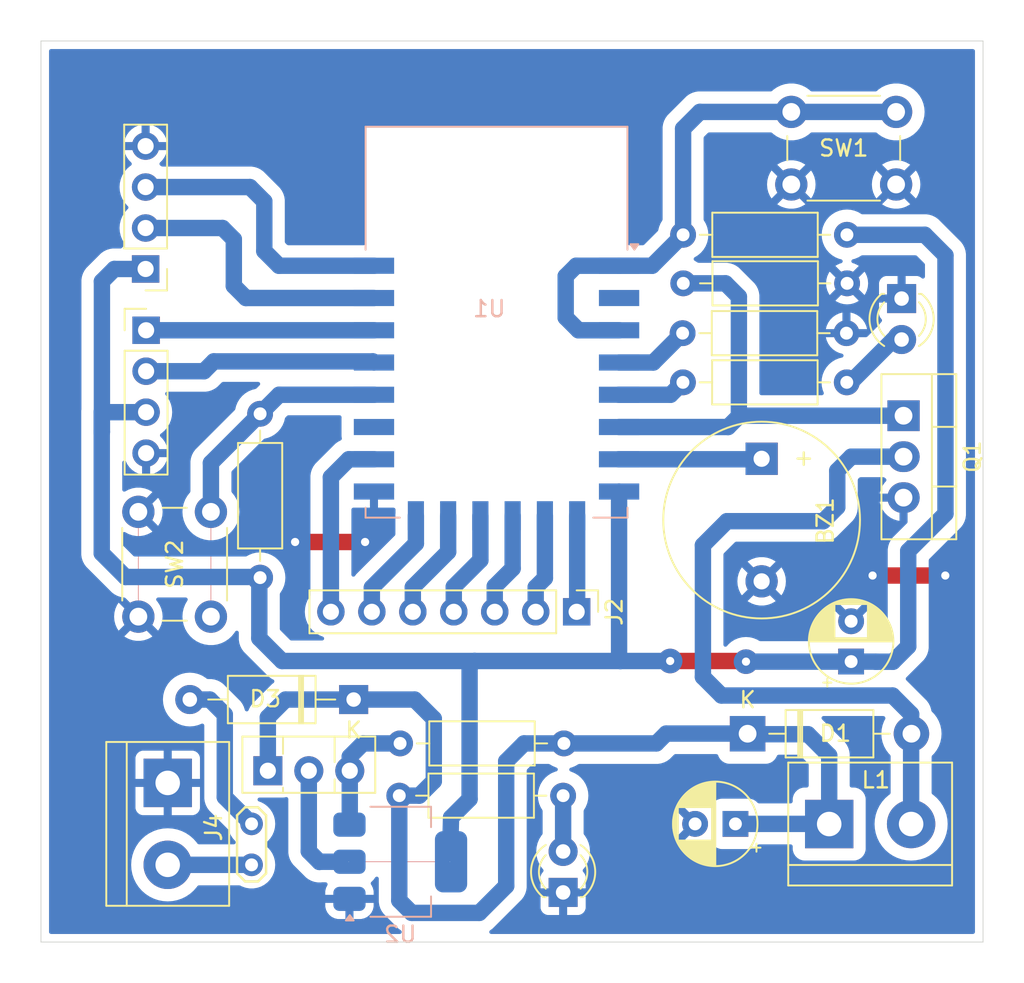
<source format=kicad_pcb>
(kicad_pcb (version 20240108) (generator "pcbnew") (generator_version "8.0")
  (layers (0 "F.Cu" signal) (31 "B.Cu" signal) (34 "B.Paste" user) (35 "F.Paste" user) (36 "B.SilkS" user "B.Silkscreen") (37 "F.SilkS" user "F.Silkscreen") (38 "B.Mask" user) (39 "F.Mask" user) (44 "Edge.Cuts" user))
  (net 0 "")
  (net 1 "GND")
  (net 2 "Net-(BZ1-+)")
  (net 3 "+12V")
  (net 4 "+3.3V")
  (net 5 "Net-(D1-A)")
  (net 6 "Net-(D2-A)")
  (net 7 "Net-(D3-A)")
  (net 8 "Net-(D4-A)")
  (net 9 "/Rx")
  (net 10 "/Tx")
  (net 11 "/row1")
  (net 12 "/row4")
  (net 13 "/col3")
  (net 14 "/col1")
  (net 15 "/row2")
  (net 16 "/col2")
  (net 17 "/row3")
  (net 18 "/SCL")
  (net 19 "/SDA")
  (net 20 "Net-(J4-Pin_2)")
  (net 21 "Net-(Q1-G)")
  (net 22 "Net-(Q2-B)")
  (net 23 "Net-(SW1-B)")
  (net 24 "Net-(SW2-A)")
  (net 25 "Net-(U1-GPIO16)")
  (net 26 "Net-(U1-GPIO14)")
  (footprint "Diode_THT:D_A-405_P10.16mm_Horizontal" (layer "F.Cu") (at 139.03 108.43 180)
    (property "Reference" "D3" (at 5.48 0.04 180) (layer "F.SilkS"))
    (property "Value" "1N4001")
    (fp_text user "K" (at 0 -1.9 180) (layer "F.SilkS"))
    (pad "1" thru_hole rect (at 0 0 180) (size 1.8 1.8) (drill 0.9) (layers "*.Cu" "*.Mask") (net 3 "+12V"))
    (pad "2" thru_hole oval (at 10.16 0 180) (size 1.8 1.8) (drill 0.9) (layers "*.Cu" "*.Mask") (net 7 "Net-(D3-A)"))
  )
  (footprint "LED_THT:LED_D3.0mm" (layer "F.Cu") (at 152.02 120.39 90)
    (property "Reference" "D4" (hide yes))
    (property "Value" "Power")
    (pad "1" thru_hole rect (at 0 0 90) (size 1.8 1.8) (drill 0.9) (layers "*.Cu" "*.Mask") (net 1 "GND"))
    (pad "2" thru_hole circle (at 2.54 0 90) (size 1.8 1.8) (drill 0.9) (layers "*.Cu" "*.Mask") (net 8 "Net-(D4-A)"))
  )
  (footprint "Capacitor_THT:CP_Radial_D5.0mm_P2.50mm" (layer "F.Cu") (at 169.88 106.075113 90)
    (property "Reference" "C2" (hide yes))
    (property "Value" "100uF")
    (pad "1" thru_hole rect (at 0 0 90) (size 1.6 1.6) (drill 0.8) (layers "*.Cu" "*.Mask") (net 4 "+3.3V"))
    (pad "2" thru_hole circle (at 2.5 0 90) (size 1.6 1.6) (drill 0.8) (layers "*.Cu" "*.Mask") (net 1 "GND"))
  )
  (footprint "Package_TO_SOT_THT:TO-126-3_Vertical" (layer "F.Cu") (at 133.71 112.845)
    (property "Reference" "Q2" (hide yes))
    (property "Value" "BD138")
    (pad "1" thru_hole rect (at 0 0) (size 1.8 1.8) (drill 1) (layers "*.Cu" "*.Mask") (net 3 "+12V"))
    (pad "2" thru_hole oval (at 2.54 0) (size 1.8 1.8) (drill 1) (layers "*.Cu" "*.Mask") (net 4 "+3.3V"))
    (pad "3" thru_hole oval (at 5.08 0) (size 1.8 1.8) (drill 1) (layers "*.Cu" "*.Mask") (net 22 "Net-(Q2-B)"))
  )
  (footprint "Connector_PinHeader_2.54mm:PinHeader_1x04_P2.54mm_Vertical" (layer "F.Cu") (at 126.13 81.73 180)
    (property "Reference" "J1" (hide yes))
    (property "Value" "Program")
    (pad "1" thru_hole rect (at 0 0 180) (size 1.7 1.7) (drill 1) (layers "*.Cu" "*.Mask") (net 4 "+3.3V"))
    (pad "2" thru_hole oval (at 0 2.54 180) (size 1.7 1.7) (drill 1) (layers "*.Cu" "*.Mask") (net 9 "/Rx"))
    (pad "3" thru_hole oval (at 0 5.08 180) (size 1.7 1.7) (drill 1) (layers "*.Cu" "*.Mask") (net 10 "/Tx"))
    (pad "4" thru_hole oval (at 0 7.62 180) (size 1.7 1.7) (drill 1) (layers "*.Cu" "*.Mask") (net 1 "GND"))
  )
  (footprint "Resistor_THT:R_Axial_DIN0207_L6.3mm_D2.5mm_P10.16mm_Horizontal" (layer "F.Cu") (at 159.45 88.76)
    (property "Reference" "R4" (hide yes))
    (property "Value" "10k")
    (pad "1" thru_hole circle (at 0 0) (size 1.6 1.6) (drill 0.8) (layers "*.Cu" "*.Mask") (net 26 "Net-(U1-GPIO14)"))
    (pad "2" thru_hole oval (at 10.16 0) (size 1.6 1.6) (drill 0.8) (layers "*.Cu" "*.Mask") (net 6 "Net-(D2-A)"))
  )
  (footprint "Button_Switch_THT:SW_PUSH_6mm" (layer "F.Cu") (at 130.18 96.79 -90)
    (property "Reference" "SW2" (at 3.25 2.25 90) (layer "F.SilkS"))
    (property "Value" "Mode")
    (pad "1" thru_hole circle (at 0 0) (size 2 2) (drill 1.1) (layers "*.Cu" "*.Mask") (net 24 "Net-(SW2-A)"))
    (pad "1" thru_hole circle (at 6.5 0) (size 2 2) (drill 1.1) (layers "*.Cu" "*.Mask") (net 24 "Net-(SW2-A)"))
    (pad "2" thru_hole circle (at 0 4.5) (size 2 2) (drill 1.1) (layers "*.Cu" "*.Mask") (net 1 "GND"))
    (pad "2" thru_hole circle (at 6.5 4.5) (size 2 2) (drill 1.1) (layers "*.Cu" "*.Mask") (net 1 "GND"))
  )
  (footprint "Package_TO_SOT_THT:TO-220-3_Vertical" (layer "F.Cu") (at 173.13 90.83 -90)
    (property "Reference" "Q1" (at 2.54 -4.27 90) (layer "F.SilkS"))
    (property "Value" "IRF540N")
    (pad "1" thru_hole rect (at 0 0 270) (size 1.905 2) (drill 1.1) (layers "*.Cu" "*.Mask") (net 21 "Net-(Q1-G)"))
    (pad "2" thru_hole oval (at 2.54 0 270) (size 1.905 2) (drill 1.1) (layers "*.Cu" "*.Mask") (net 5 "Net-(D1-A)"))
    (pad "3" thru_hole oval (at 5.08 0 270) (size 1.905 2) (drill 1.1) (layers "*.Cu" "*.Mask") (net 1 "GND"))
  )
  (footprint "LED_THT:LED_D3.0mm" (layer "F.Cu") (at 173.01 83.565 -90)
    (property "Reference" "D2" (hide yes))
    (property "Value" "LED")
    (pad "1" thru_hole rect (at 0 0 270) (size 1.8 1.8) (drill 0.9) (layers "*.Cu" "*.Mask") (net 1 "GND"))
    (pad "2" thru_hole circle (at 2.54 0 270) (size 1.8 1.8) (drill 0.9) (layers "*.Cu" "*.Mask") (net 6 "Net-(D2-A)"))
  )
  (footprint "Resistor_THT:R_Axial_DIN0207_L6.3mm_D2.5mm_P10.16mm_Horizontal" (layer "F.Cu") (at 133.23 100.87 90)
    (property "Reference" "R2" (hide yes))
    (property "Value" "10k")
    (pad "1" thru_hole circle (at 0 0 90) (size 1.6 1.6) (drill 0.8) (layers "*.Cu" "*.Mask") (net 4 "+3.3V"))
    (pad "2" thru_hole oval (at 10.16 0 90) (size 1.6 1.6) (drill 0.8) (layers "*.Cu" "*.Mask") (net 24 "Net-(SW2-A)"))
  )
  (footprint "Resistor_THT:R_Axial_DIN0207_L6.3mm_D2.5mm_P10.16mm_Horizontal" (layer "F.Cu") (at 169.63 82.62 180)
    (property "Reference" "R5" (hide yes))
    (property "Value" "100k")
    (pad "1" thru_hole circle (at 0 0 180) (size 1.6 1.6) (drill 0.8) (layers "*.Cu" "*.Mask") (net 1 "GND"))
    (pad "2" thru_hole oval (at 10.16 0 180) (size 1.6 1.6) (drill 0.8) (layers "*.Cu" "*.Mask") (net 21 "Net-(Q1-G)"))
  )
  (footprint "Resistor_THT:R_Axial_DIN0207_L6.3mm_D2.5mm_P10.16mm_Horizontal" (layer "F.Cu") (at 141.86 114.39)
    (property "Reference" "R6" (hide yes))
    (property "Value" "1k")
    (pad "1" thru_hole circle (at 0 0) (size 1.6 1.6) (drill 0.8) (layers "*.Cu" "*.Mask") (net 3 "+12V"))
    (pad "2" thru_hole oval (at 10.16 0) (size 1.6 1.6) (drill 0.8) (layers "*.Cu" "*.Mask") (net 8 "Net-(D4-A)"))
  )
  (footprint "TerminalBlock:TerminalBlock_bornier-2_P5.08mm" (layer "F.Cu") (at 168.52 116.15)
    (property "Reference" "L1" (at 2.89 -2.73 360) (layer "F.SilkS"))
    (property "Value" "Solenoid")
    (pad "1" thru_hole rect (at 0 0) (size 3 3) (drill 1.52) (layers "*.Cu" "*.Mask") (net 3 "+12V"))
    (pad "2" thru_hole circle (at 5.08 0) (size 3 3) (drill 1.52) (layers "*.Cu" "*.Mask") (net 5 "Net-(D1-A)"))
  )
  (footprint "TerminalBlock:TerminalBlock_bornier-2_P5.08mm" (layer "F.Cu") (at 127.5 113.6 -90)
    (property "Reference" "J4" (at 2.76 -2.85 90) (layer "F.SilkS"))
    (property "Value" "Power")
    (pad "1" thru_hole rect (at 0 0 270) (size 3 3) (drill 1.52) (layers "*.Cu" "*.Mask") (net 1 "GND"))
    (pad "2" thru_hole circle (at 5.08 0 270) (size 3 3) (drill 1.52) (layers "*.Cu" "*.Mask") (net 20 "Net-(J4-Pin_2)"))
  )
  (footprint "Connector_PinHeader_2.54mm:PinHeader_1x04_P2.54mm_Vertical" (layer "F.Cu") (at 126.16 85.53)
    (property "Reference" "J3" (hide yes))
    (property "Value" "Display")
    (pad "1" thru_hole rect (at 0 0) (size 1.7 1.7) (drill 1) (layers "*.Cu" "*.Mask") (net 18 "/SCL"))
    (pad "2" thru_hole oval (at 0 2.54) (size 1.7 1.7) (drill 1) (layers "*.Cu" "*.Mask") (net 19 "/SDA"))
    (pad "3" thru_hole oval (at 0 5.08) (size 1.7 1.7) (drill 1) (layers "*.Cu" "*.Mask") (net 4 "+3.3V"))
    (pad "4" thru_hole oval (at 0 7.62) (size 1.7 1.7) (drill 1) (layers "*.Cu" "*.Mask") (net 1 "GND"))
  )
  (footprint "Connector_PinHeader_2.54mm:PinHeader_1x07_P2.54mm_Vertical" (layer "F.Cu") (at 152.86 102.99 -90)
    (property "Reference" "J2" (at 0 -2.33 90) (layer "F.SilkS"))
    (property "Value" "Keypad")
    (pad "1" thru_hole rect (at 0 0 270) (size 1.7 1.7) (drill 1) (layers "*.Cu" "*.Mask") (net 11 "/row1"))
    (pad "2" thru_hole oval (at 0 2.54 270) (size 1.7 1.7) (drill 1) (layers "*.Cu" "*.Mask") (net 15 "/row2"))
    (pad "3" thru_hole oval (at 0 5.08 270) (size 1.7 1.7) (drill 1) (layers "*.Cu" "*.Mask") (net 17 "/row3"))
    (pad "4" thru_hole oval (at 0 7.62 270) (size 1.7 1.7) (drill 1) (layers "*.Cu" "*.Mask") (net 12 "/row4"))
    (pad "5" thru_hole oval (at 0 10.16 270) (size 1.7 1.7) (drill 1) (layers "*.Cu" "*.Mask") (net 14 "/col1"))
    (pad "6" thru_hole oval (at 0 12.7 270) (size 1.7 1.7) (drill 1) (layers "*.Cu" "*.Mask") (net 16 "/col2"))
    (pad "7" thru_hole oval (at 0 15.24 270) (size 1.7 1.7) (drill 1) (layers "*.Cu" "*.Mask") (net 13 "/col3"))
  )
  (footprint "Diode_THT:D_DO-41_SOD81_P10.16mm_Horizontal" (layer "F.Cu") (at 163.46 110.55)
    (property "Reference" "D1" (at 5.44 -0.02 0) (layer "F.SilkS"))
    (property "Value" "1N4001")
    (fp_text user "K" (at 0 -2.1 0) (layer "F.SilkS"))
    (pad "1" thru_hole rect (at 0 0) (size 2.2 2.2) (drill 1.1) (layers "*.Cu" "*.Mask") (net 3 "+12V"))
    (pad "2" thru_hole oval (at 10.16 0) (size 2.2 2.2) (drill 1.1) (layers "*.Cu" "*.Mask") (net 5 "Net-(D1-A)"))
  )
  (footprint "TestPoint:TestPoint_2Pads_Pitch2.54mm_Drill0.8mm" (layer "F.Cu") (at 132.7 118.68 90)
    (property "Reference" "SW3" (hide yes))
    (property "Value" "Switch")
    (pad "1" thru_hole circle (at 0 0 90) (size 1.4 1.4) (drill 0.8) (layers "*.Cu" "*.Mask") (net 20 "Net-(J4-Pin_2)"))
    (pad "2" thru_hole circle (at 2.54 0 90) (size 1.4 1.4) (drill 0.8) (layers "*.Cu" "*.Mask") (net 7 "Net-(D3-A)"))
  )
  (footprint "Buzzer_Beeper:Buzzer_12x9.5RM7.6" (layer "F.Cu") (at 164.33 93.5 -90)
    (property "Reference" "BZ1" (at 3.85 -3.95 90) (layer "F.SilkS"))
    (property "Value" "Buzzer")
    (fp_text user "+" (at -0.01 -2.54 90) (layer "F.SilkS"))
    (pad "1" thru_hole rect (at 0 0 270) (size 2 2) (drill 1) (layers "*.Cu" "*.Mask") (net 2 "Net-(BZ1-+)"))
    (pad "2" thru_hole circle (at 7.6 0 270) (size 2 2) (drill 1) (layers "*.Cu" "*.Mask") (net 1 "GND"))
  )
  (footprint "Resistor_THT:R_Axial_DIN0207_L6.3mm_D2.5mm_P10.16mm_Horizontal" (layer "F.Cu") (at 169.62 79.61 180)
    (property "Reference" "R1" (hide yes))
    (property "Value" "10k")
    (pad "1" thru_hole circle (at 0 0 180) (size 1.6 1.6) (drill 0.8) (layers "*.Cu" "*.Mask") (net 4 "+3.3V"))
    (pad "2" thru_hole oval (at 10.16 0 180) (size 1.6 1.6) (drill 0.8) (layers "*.Cu" "*.Mask") (net 23 "Net-(SW1-B)"))
  )
  (footprint "Resistor_THT:R_Axial_DIN0207_L6.3mm_D2.5mm_P10.16mm_Horizontal" (layer "F.Cu") (at 159.43 85.71)
    (property "Reference" "R3" (hide yes))
    (property "Value" "10k")
    (pad "1" thru_hole circle (at 0 0) (size 1.6 1.6) (drill 0.8) (layers "*.Cu" "*.Mask") (net 25 "Net-(U1-GPIO16)"))
    (pad "2" thru_hole oval (at 10.16 0) (size 1.6 1.6) (drill 0.8) (layers "*.Cu" "*.Mask") (net 1 "GND"))
  )
  (footprint "Resistor_THT:R_Axial_DIN0207_L6.3mm_D2.5mm_P10.16mm_Horizontal" (layer "F.Cu") (at 152.07 111.15 180)
    (property "Reference" "R7" (hide yes))
    (property "Value" "3")
    (pad "1" thru_hole circle (at 0 0 180) (size 1.6 1.6) (drill 0.8) (layers "*.Cu" "*.Mask") (net 3 "+12V"))
    (pad "2" thru_hole oval (at 10.16 0 180) (size 1.6 1.6) (drill 0.8) (layers "*.Cu" "*.Mask") (net 22 "Net-(Q2-B)"))
  )
  (footprint "Capacitor_THT:CP_Radial_D5.0mm_P2.50mm" (layer "F.Cu") (at 162.705113 116.14 180)
    (property "Reference" "C1" (hide yes))
    (property "Value" "100uF")
    (pad "1" thru_hole rect (at 0 0 180) (size 1.6 1.6) (drill 0.8) (layers "*.Cu" "*.Mask") (net 3 "+12V"))
    (pad "2" thru_hole circle (at 2.5 0 180) (size 1.6 1.6) (drill 0.8) (layers "*.Cu" "*.Mask") (net 1 "GND"))
  )
  (footprint "Button_Switch_THT:SW_PUSH_6mm" (layer "F.Cu") (at 172.67 76.49 180)
    (property "Reference" "SW1" (at 3.25 2.25 180) (layer "F.SilkS"))
    (property "Value" "Reset")
    (pad "1" thru_hole circle (at 0 0 270) (size 2 2) (drill 1.1) (layers "*.Cu" "*.Mask") (net 1 "GND"))
    (pad "1" thru_hole circle (at 6.5 0 270) (size 2 2) (drill 1.1) (layers "*.Cu" "*.Mask") (net 1 "GND"))
    (pad "2" thru_hole circle (at 0 4.5 270) (size 2 2) (drill 1.1) (layers "*.Cu" "*.Mask") (net 23 "Net-(SW1-B)"))
    (pad "2" thru_hole circle (at 6.5 4.5 270) (size 2 2) (drill 1.1) (layers "*.Cu" "*.Mask") (net 23 "Net-(SW1-B)"))
  )
  (footprint "RF_Module:ESP-12E" (layer "B.Cu") (at 147.89 85.03 180)
    (property "Reference" "U1" (at 0.45 0.83 180) (layer "B.SilkS") (effects (justify mirror)))
    (property "Value" "ESP-12F")
    (pad "1" smd rect (at -7.6 3.5 180) (size 2.5 1) (layers "B.Cu" "B.Paste" "B.Mask") (net 23 "Net-(SW1-B)"))
    (pad "2" smd rect (at -7.6 1.5 180) (size 2.5 1) (layers "B.Cu" "B.Paste" "B.Mask"))
    (pad "3" smd rect (at -7.6 -0.5 180) (size 2.5 1) (layers "B.Cu" "B.Paste" "B.Mask") (net 23 "Net-(SW1-B)"))
    (pad "4" smd rect (at -7.6 -2.5 180) (size 2.5 1) (layers "B.Cu" "B.Paste" "B.Mask") (net 25 "Net-(U1-GPIO16)"))
    (pad "5" smd rect (at -7.6 -4.5 180) (size 2.5 1) (layers "B.Cu" "B.Paste" "B.Mask") (net 26 "Net-(U1-GPIO14)"))
    (pad "6" smd rect (at -7.6 -6.5 180) (size 2.5 1) (layers "B.Cu" "B.Paste" "B.Mask") (net 21 "Net-(Q1-G)"))
    (pad "7" smd rect (at -7.6 -8.5 180) (size 2.5 1) (layers "B.Cu" "B.Paste" "B.Mask") (net 2 "Net-(BZ1-+)"))
    (pad "8" smd rect (at -7.6 -10.5 180) (size 2.5 1) (layers "B.Cu" "B.Paste" "B.Mask") (net 4 "+3.3V"))
    (pad "9" smd rect (at -5 -12 180) (size 1 1.8) (layers "B.Cu" "B.Paste" "B.Mask") (net 11 "/row1"))
    (pad "10" smd rect (at -3 -12 180) (size 1 1.8) (layers "B.Cu" "B.Paste" "B.Mask") (net 15 "/row2"))
    (pad "11" smd rect (at -1 -12 180) (size 1 1.8) (layers "B.Cu" "B.Paste" "B.Mask") (net 17 "/row3"))
    (pad "12" smd rect (at 1 -12 180) (size 1 1.8) (layers "B.Cu" "B.Paste" "B.Mask") (net 12 "/row4"))
    (pad "13" smd rect (at 3 -12 180) (size 1 1.8) (layers "B.Cu" "B.Paste" "B.Mask") (net 14 "/col1"))
    (pad "14" smd rect (at 5 -12 180) (size 1 1.8) (layers "B.Cu" "B.Paste" "B.Mask") (net 16 "/col2"))
    (pad "15" smd rect (at 7.6 -10.5 180) (size 2.5 1) (layers "B.Cu" "B.Paste" "B.Mask") (net 1 "GND"))
    (pad "16" smd rect (at 7.6 -8.5 180) (size 2.5 1) (layers "B.Cu" "B.Paste" "B.Mask") (net 13 "/col3"))
    (pad "17" smd rect (at 7.6 -6.5 180) (size 2.5 1) (layers "B.Cu" "B.Paste" "B.Mask"))
    (pad "18" smd rect (at 7.6 -4.5 180) (size 2.5 1) (layers "B.Cu" "B.Paste" "B.Mask") (net 24 "Net-(SW2-A)"))
    (pad "19" smd rect (at 7.6 -2.5 180) (size 2.5 1) (layers "B.Cu" "B.Paste" "B.Mask") (net 19 "/SDA"))
    (pad "20" smd rect (at 7.6 -0.5 180) (size 2.5 1) (layers "B.Cu" "B.Paste" "B.Mask") (net 18 "/SCL"))
    (pad "21" smd rect (at 7.6 1.5 180) (size 2.5 1) (layers "B.Cu" "B.Paste" "B.Mask") (net 9 "/Rx"))
    (pad "22" smd rect (at 7.6 3.5 180) (size 2.5 1) (layers "B.Cu" "B.Paste" "B.Mask") (net 10 "/Tx"))
    (zone (net 0) (net_name "") (layers "*.Cu") (connect_pads (clearance 0)) (min_thickness 0.254)
      (keepout (tracks not_allowed) (vias not_allowed) (pads not_allowed) (copperpour not_allowed) (footprints not_allowed))
      (fill (thermal_gap 0.508) (thermal_bridge_width 0.508))
      (polygon (pts (xy 156.01 80.23) (xy 139.77 80.23) (xy 139.77 72.91) (xy 156.01 72.91)))
    )
  )
  (footprint "Package_TO_SOT_SMD:SOT-223-3_TabPin2" (layer "B.Cu") (at 141.92 118.49)
    (property "Reference" "U2" (at 0 4.5 360) (layer "B.SilkS") (effects (justify mirror)))
    (property "Value" "AMS1117-3.3")
    (pad "1" smd roundrect (at -3.15 2.3) (size 2 1.5) (layers "B.Cu" "B.Paste" "B.Mask") (net 1 "GND"))
    (pad "2" smd roundrect (at -3.15 0) (size 2 1.5) (layers "B.Cu" "B.Paste" "B.Mask") (net 4 "+3.3V"))
    (pad "2" smd roundrect (at 3.15 0) (size 2 3.8) (layers "B.Cu" "B.Paste" "B.Mask") (net 4 "+3.3V"))
    (pad "3" smd roundrect (at -3.15 -2.3) (size 2 1.5) (layers "B.Cu" "B.Paste" "B.Mask") (net 22 "Net-(Q2-B)"))
  )
  (gr_line (start 178.06 67.59) (end 178.06 123.47) (stroke (width 0.05)) (layer "Edge.Cuts"))
  (gr_line (start 119.64 123.47) (end 119.64 67.59) (stroke (width 0.05)) (layer "Edge.Cuts"))
  (gr_line (start 119.64 67.59) (end 178.06 67.59) (stroke (width 0.05)) (layer "Edge.Cuts"))
  (gr_line (start 178.06 123.47) (end 119.64 123.47) (stroke (width 0.05)) (layer "Edge.Cuts"))
  (segment (start 171.21 100.74) (end 175.72 100.74) (width 1.016) (layer "F.Cu") (net 1))
  (segment (start 139.74 98.66) (end 135.4 98.66) (width 1.016) (layer "F.Cu") (net 1))
  (segment (start 125.68 96.79) (end 125.68 103.29) (width 0.0254) (layer "F.Cu") (net 1))
  (via (at 139.74 98.66) (size 1.524) (drill 0.508) (layers "F.Cu" "B.Cu") (net 1))
  (via (at 171.21 100.74) (size 1.524) (drill 0.508) (layers "F.Cu" "B.Cu") (net 1))
  (via (at 135.4 98.66) (size 1.524) (drill 0.508) (layers "F.Cu" "B.Cu") (net 1))
  (via (at 175.72 100.74) (size 1.524) (drill 0.508) (layers "F.Cu" "B.Cu") (net 1))
  (segment (start 164.3 93.53) (end 164.33 93.5) (width 1.016) (layer "B.Cu") (net 2))
  (segment (start 155.49 93.53) (end 164.3 93.53) (width 1.016) (layer "B.Cu") (net 2))
  (segment (start 168.52 111.9) (end 168.52 116.15) (width 1.016) (layer "B.Cu") (net 3))
  (segment (start 149.6 111.15) (end 148.49 112.26) (width 1.016) (layer "B.Cu") (net 3))
  (segment (start 152.07 111.15) (end 149.6 111.15) (width 1.016) (layer "B.Cu") (net 3))
  (segment (start 163.46 110.55) (end 163.49 110.58) (width 1.016) (layer "B.Cu") (net 3))
  (segment (start 142.63 121.66) (end 141.86 120.89) (width 1.016) (layer "B.Cu") (net 3))
  (segment (start 163.49 110.58) (end 167.2 110.58) (width 1.016) (layer "B.Cu") (net 3))
  (segment (start 167.2 110.58) (end 168.52 111.9) (width 1.016) (layer "B.Cu") (net 3))
  (segment (start 142.81 108.43) (end 144 109.62) (width 1.016) (layer "B.Cu") (net 3))
  (segment (start 134.81 108.43) (end 139.03 108.43) (width 1.016) (layer "B.Cu") (net 3))
  (segment (start 143.1 114.39) (end 141.86 114.39) (width 1.016) (layer "B.Cu") (net 3))
  (segment (start 144 109.62) (end 144 113.49) (width 1.016) (layer "B.Cu") (net 3))
  (segment (start 158.41 110.54) (end 163.45 110.54) (width 1.016) (layer "B.Cu") (net 3))
  (segment (start 133.71 112.845) (end 133.71 109.53) (width 1.016) (layer "B.Cu") (net 3))
  (segment (start 162.705113 116.14) (end 168.51 116.14) (width 1.016) (layer "B.Cu") (net 3))
  (segment (start 168.51 116.14) (end 168.52 116.15) (width 1.016) (layer "B.Cu") (net 3))
  (segment (start 157.8 111.15) (end 158.41 110.54) (width 1.016) (layer "B.Cu") (net 3))
  (segment (start 144 113.49) (end 143.1 114.39) (width 1.016) (layer "B.Cu") (net 3))
  (segment (start 148.49 119.99) (end 146.82 121.66) (width 1.016) (layer "B.Cu") (net 3))
  (segment (start 146.82 121.66) (end 142.63 121.66) (width 1.016) (layer "B.Cu") (net 3))
  (segment (start 141.86 120.89) (end 141.86 114.39) (width 1.016) (layer "B.Cu") (net 3))
  (segment (start 139.03 108.43) (end 142.81 108.43) (width 1.016) (layer "B.Cu") (net 3))
  (segment (start 148.49 112.26) (end 148.49 119.99) (width 1.016) (layer "B.Cu") (net 3))
  (segment (start 163.45 110.54) (end 163.46 110.55) (width 1.016) (layer "B.Cu") (net 3))
  (segment (start 133.71 109.53) (end 134.81 108.43) (width 1.016) (layer "B.Cu") (net 3))
  (segment (start 152.07 111.15) (end 157.8 111.15) (width 1.016) (layer "B.Cu") (net 3))
  (segment (start 163.36 106.05) (end 163.36 106.08) (width 1.016) (layer "F.Cu") (net 4))
  (segment (start 145 118.49) (end 138.72 118.49) (width 0.0254) (layer "F.Cu") (net 4))
  (segment (start 163.35 106.04) (end 163.36 106.05) (width 1.016) (layer "F.Cu") (net 4))
  (segment (start 158.658 106.04) (end 163.35 106.04) (width 1.016) (layer "F.Cu") (net 4))
  (segment (start 163.36 106.08) (end 163.39 106.08) (width 1.016) (layer "F.Cu") (net 4))
  (segment (start 163.39 106.08) (end 163.37 106.06) (width 1.016) (layer "F.Cu") (net 4))
  (via (at 158.658 106.04) (size 1.524) (drill 0.508) (layers "F.Cu" "B.Cu") (net 4))
  (via (at 138.72 118.49) (size 0.0508) (drill 0.0254) (layers "F.Cu" "B.Cu") (net 4))
  (via (at 163.36 106.08) (size 1.524) (drill 0.508) (layers "F.Cu" "B.Cu") (net 4))
  (via (at 145 118.49) (size 0.0508) (drill 0.0254) (layers "F.Cu" "B.Cu") (net 4))
  (segment (start 136.25 117.84) (end 136.91 118.5) (width 1.016) (layer "B.Cu") (net 4))
  (segment (start 124.88 100.83) (end 123.41 99.36) (width 1.016) (layer "B.Cu") (net 4))
  (segment (start 146.53 106.04) (end 155.57 106.04) (width 1.016) (layer "B.Cu") (net 4))
  (segment (start 136.92 118.49) (end 138.72 118.49) (width 1.016) (layer "B.Cu") (net 4))
  (segment (start 146.22 114.6) (end 146.22 106.35) (width 1.016) (layer "B.Cu") (net 4))
  (segment (start 134.59 106.04) (end 133.18 104.63) (width 1.016) (layer "B.Cu") (net 4))
  (segment (start 171.42 106.085113) (end 172.474887 106.085113) (width 1.016) (layer "B.Cu") (net 4))
  (segment (start 145.07 118.49) (end 145 118.49) (width 1.016) (layer "B.Cu") (net 4))
  (segment (start 173.42 99.22) (end 175.73 96.91) (width 1.016) (layer "B.Cu") (net 4))
  (segment (start 138.72 118.49) (end 138.77 118.49) (width 1.016) (layer "B.Cu") (net 4))
  (segment (start 124.19 81.73) (end 126.13 81.73) (width 1.016) (layer "B.Cu") (net 4))
  (segment (start 146.22 106.35) (end 146.53 106.04) (width 1.016) (layer "B.Cu") (net 4))
  (segment (start 175.73 96.91) (end 175.73 80.89) (width 1.016) (layer "B.Cu") (net 4))
  (segment (start 155.49 95.53) (end 155.49 105.96) (width 1.016) (layer "B.Cu") (net 4))
  (segment (start 123.42 82.5) (end 124.19 81.73) (width 1.016) (layer "B.Cu") (net 4))
  (segment (start 173.42 105.14) (end 173.42 99.22) (width 1.016) (layer "B.Cu") (net 4))
  (segment (start 123.41 91.85) (end 123.41 90.61) (width 1.016) (layer "B.Cu") (net 4))
  (segment (start 123.42 91.84) (end 123.42 82.5) (width 1.016) (layer "B.Cu") (net 4))
  (segment (start 133.19 100.83) (end 124.88 100.83) (width 1.016) (layer "B.Cu") (net 4))
  (segment (start 123.41 99.36) (end 123.41 91.85) (width 1.016) (layer "B.Cu") (net 4))
  (segment (start 175.73 80.89) (end 174.45 79.61) (width 1.016) (layer "B.Cu") (net 4))
  (segment (start 172.474887 106.085113) (end 173.42 105.14) (width 1.016) (layer "B.Cu") (net 4))
  (segment (start 133.18 100.84) (end 133.19 100.83) (width 1.016) (layer "B.Cu") (net 4))
  (segment (start 155.57 106.04) (end 158.658 106.04) (width 1.016) (layer "B.Cu") (net 4))
  (segment (start 123.41 90.61) (end 126.16 90.61) (width 1.016) (layer "B.Cu") (net 4))
  (segment (start 155.49 105.96) (end 155.57 106.04) (width 1.016) (layer "B.Cu") (net 4))
  (segment (start 136.91 118.5) (end 136.92 118.49) (width 1.016) (layer "B.Cu") (net 4))
  (segment (start 123.41 91.85) (end 123.42 91.84) (width 1.016) (layer "B.Cu") (net 4))
  (segment (start 163.36 106.08) (end 171.414887 106.08) (width 1.016) (layer "B.Cu") (net 4))
  (segment (start 136.25 112.845) (end 136.25 117.84) (width 1.016) (layer "B.Cu") (net 4))
  (segment (start 145.07 115.75) (end 146.22 114.6) (width 1.016) (layer "B.Cu") (net 4))
  (segment (start 146.53 106.04) (end 134.59 106.04) (width 1.016) (layer "B.Cu") (net 4))
  (segment (start 133.18 104.63) (end 133.18 100.84) (width 1.016) (layer "B.Cu") (net 4))
  (segment (start 174.45 79.61) (end 169.62 79.61) (width 1.016) (layer "B.Cu") (net 4))
  (segment (start 171.414887 106.08) (end 171.42 106.085113) (width 1.016) (layer "B.Cu") (net 4))
  (segment (start 145 118.49) (end 145.07 115.75) (width 1.016) (layer "B.Cu") (net 4))
  (segment (start 169.89 93.37) (end 169.02 94.24) (width 1.016) (layer "B.Cu") (net 5))
  (segment (start 173.6 109.33) (end 173.6 116.15) (width 1.016) (layer "B.Cu") (net 5))
  (segment (start 169.02 96.5) (end 168.15 97.37) (width 1.016) (layer "B.Cu") (net 5))
  (segment (start 160.69 107.03) (end 161.84 108.18) (width 1.016) (layer "B.Cu") (net 5))
  (segment (start 161.84 108.18) (end 172.45 108.18) (width 1.016) (layer "B.Cu") (net 5))
  (segment (start 162.18 97.37) (end 160.69 98.86) (width 1.016) (layer "B.Cu") (net 5))
  (segment (start 173.13 93.37) (end 169.89 93.37) (width 1.016) (layer "B.Cu") (net 5))
  (segment (start 172.45 108.18) (end 173.6 109.33) (width 1.016) (layer "B.Cu") (net 5))
  (segment (start 169.02 94.24) (end 169.02 96.5) (width 1.016) (layer "B.Cu") (net 5))
  (segment (start 160.69 98.86) (end 160.69 107.03) (width 1.016) (layer "B.Cu") (net 5))
  (segment (start 168.15 97.37) (end 162.18 97.37) (width 1.016) (layer "B.Cu") (net 5))
  (segment (start 169.85 88.76) (end 172.505 86.105) (width 1.016) (layer "B.Cu") (net 6))
  (segment (start 169.61 88.76) (end 169.85 88.76) (width 1.016) (layer "B.Cu") (net 6))
  (segment (start 172.505 86.105) (end 173.01 86.105) (width 1.016) (layer "B.Cu") (net 6))
  (segment (start 130.11 108.43) (end 131.04 109.36) (width 1.016) (layer "B.Cu") (net 7))
  (segment (start 131.04 109.36) (end 131.04 114.48) (width 1.016) (layer "B.Cu") (net 7))
  (segment (start 128.87 108.43) (end 130.11 108.43) (width 1.016) (layer "B.Cu") (net 7))
  (segment (start 131.04 114.48) (end 132.7 116.14) (width 1.016) (layer "B.Cu") (net 7))
  (segment (start 152.02 114.39) (end 152.02 117.85) (width 1.016) (layer "B.Cu") (net 8))
  (segment (start 131.6 79.89) (end 131.6 82.78) (width 1.016) (layer "B.Cu") (net 9))
  (segment (start 132.35 83.53) (end 140.29 83.53) (width 1.016) (layer "B.Cu") (net 9))
  (segment (start 131.6 82.78) (end 132.35 83.53) (width 1.016) (layer "B.Cu") (net 9))
  (segment (start 126.13 79.19) (end 130.9 79.19) (width 1.016) (layer "B.Cu") (net 9))
  (segment (start 130.9 79.19) (end 131.6 79.89) (width 1.016) (layer "B.Cu") (net 9))
  (segment (start 133.49 80.62) (end 133.49 77.54) (width 1.016) (layer "B.Cu") (net 10))
  (segment (start 140.29 81.53) (end 134.4 81.53) (width 1.016) (layer "B.Cu") (net 10))
  (segment (start 134.4 81.53) (end 133.49 80.62) (width 1.016) (layer "B.Cu") (net 10))
  (segment (start 132.6 76.65) (end 126.13 76.65) (width 1.016) (layer "B.Cu") (net 10))
  (segment (start 133.49 77.54) (end 132.6 76.65) (width 1.016) (layer "B.Cu") (net 10))
  (segment (start 152.89 102.96) (end 152.86 102.99) (width 1.016) (layer "B.Cu") (net 11))
  (segment (start 152.89 97.03) (end 152.89 102.96) (width 1.016) (layer "B.Cu") (net 11))
  (segment (start 146.89 99.785528) (end 145.24 101.435528) (width 1.016) (layer "B.Cu") (net 12))
  (segment (start 146.89 97.03) (end 146.89 99.785528) (width 1.016) (layer "B.Cu") (net 12))
  (segment (start 145.24 101.435528) (end 145.24 102.99) (width 1.016) (layer "B.Cu") (net 12))
  (segment (start 137.62 102.99) (end 137.62 94.64) (width 1.016) (layer "B.Cu") (net 13))
  (segment (start 137.62 94.64) (end 138.73 93.53) (width 1.016) (layer "B.Cu") (net 13))
  (segment (start 138.73 93.53) (end 140.29 93.53) (width 1.016) (layer "B.Cu") (net 13))
  (segment (start 144.89 99.271056) (end 142.7 101.461056) (width 1.016) (layer "B.Cu") (net 14))
  (segment (start 144.89 97.03) (end 144.89 99.271056) (width 1.016) (layer "B.Cu") (net 14))
  (segment (start 142.7 101.461056) (end 142.7 102.99) (width 1.016) (layer "B.Cu") (net 14))
  (segment (start 150.89 97.03) (end 150.89 100.9) (width 1.016) (layer "B.Cu") (net 15))
  (segment (start 150.32 101.47) (end 150.32 102.99) (width 1.016) (layer "B.Cu") (net 15))
  (segment (start 150.89 100.9) (end 150.32 101.47) (width 1.016) (layer "B.Cu") (net 15))
  (segment (start 140.16 101.486584) (end 140.16 102.99) (width 1.016) (layer "B.Cu") (net 16))
  (segment (start 142.89 98.756584) (end 140.16 101.486584) (width 1.016) (layer "B.Cu") (net 16))
  (segment (start 142.89 97.03) (end 142.89 98.756584) (width 1.016) (layer "B.Cu") (net 16))
  (segment (start 148.89 100.3) (end 147.78 101.41) (width 1.016) (layer "B.Cu") (net 17))
  (segment (start 147.78 101.41) (end 147.78 102.99) (width 1.016) (layer "B.Cu") (net 17))
  (segment (start 148.89 97.03) (end 148.89 100.3) (width 1.016) (layer "B.Cu") (net 17))
  (segment (start 140.29 85.53) (end 126.16 85.53) (width 1.016) (layer "B.Cu") (net 18))
  (segment (start 140.29 87.53) (end 140.22 87.46) (width 1.016) (layer "B.Cu") (net 19))
  (segment (start 129.75 88.07) (end 126.16 88.07) (width 1.016) (layer "B.Cu") (net 19))
  (segment (start 140.22 87.46) (end 130.36 87.46) (width 1.016) (layer "B.Cu") (net 19))
  (segment (start 130.36 87.46) (end 129.75 88.07) (width 1.016) (layer "B.Cu") (net 19))
  (segment (start 127.5 118.68) (end 132.7 118.68) (width 1.016) (layer "B.Cu") (net 20))
  (segment (start 162.09 82.62) (end 162.92 83.45) (width 1.016) (layer "B.Cu") (net 21))
  (segment (start 162.92 90.8) (end 162.95 90.83) (width 1.016) (layer "B.Cu") (net 21))
  (segment (start 162.95 90.83) (end 173.13 90.83) (width 1.016) (layer "B.Cu") (net 21))
  (segment (start 162.25 91.53) (end 162.95 90.83) (width 1.016) (layer "B.Cu") (net 21))
  (segment (start 155.49 91.53) (end 162.25 91.53) (width 1.016) (layer "B.Cu") (net 21))
  (segment (start 159.47 82.62) (end 162.09 82.62) (width 1.016) (layer "B.Cu") (net 21))
  (segment (start 162.92 83.45) (end 162.92 90.8) (width 1.016) (layer "B.Cu") (net 21))
  (segment (start 139.61 111.15) (end 141.91 111.15) (width 1.016) (layer "B.Cu") (net 22))
  (segment (start 138.79 112.845) (end 138.79 111.97) (width 1.016) (layer "B.Cu") (net 22))
  (segment (start 138.79 111.97) (end 139.61 111.15) (width 1.016) (layer "B.Cu") (net 22))
  (segment (start 138.79 116.17) (end 138.77 116.19) (width 1.016) (layer "B.Cu") (net 22))
  (segment (start 138.79 112.845) (end 138.79 116.17) (width 1.016) (layer "B.Cu") (net 22))
  (segment (start 152.97 85.53) (end 155.49 85.53) (width 1.016) (layer "B.Cu") (net 23))
  (segment (start 152.83 81.53) (end 152.18 82.18) (width 1.016) (layer "B.Cu") (net 23))
  (segment (start 160.5 71.99) (end 159.46 73.03) (width 1.016) (layer "B.Cu") (net 23))
  (segment (start 166.17 71.99) (end 160.5 71.99) (width 1.016) (layer "B.Cu") (net 23))
  (segment (start 159.46 73.03) (end 159.46 79.61) (width 1.016) (layer "B.Cu") (net 23))
  (segment (start 155.49 81.53) (end 157.54 81.53) (width 1.016) (layer "B.Cu") (net 23))
  (segment (start 152.18 84.74) (end 152.97 85.53) (width 1.016) (layer "B.Cu") (net 23))
  (segment (start 155.49 81.53) (end 152.83 81.53) (width 1.016) (layer "B.Cu") (net 23))
  (segment (start 172.67 71.99) (end 166.17 71.99) (width 1.016) (layer "B.Cu") (net 23))
  (segment (start 152.18 82.18) (end 152.18 84.74) (width 1.016) (layer "B.Cu") (net 23))
  (segment (start 157.54 81.53) (end 159.46 79.61) (width 1.016) (layer "B.Cu") (net 23))
  (segment (start 130.18 96.79) (end 130.18 103.29) (width 0.0254) (layer "F.Cu") (net 24))
  (segment (start 130.18 96.79) (end 130.18 93.76) (width 1.016) (layer "B.Cu") (net 24))
  (segment (start 140.29 89.53) (end 134.41 89.53) (width 1.016) (layer "B.Cu") (net 24))
  (segment (start 134.41 89.53) (end 133.23 90.71) (width 1.016) (layer "B.Cu") (net 24))
  (segment (start 130.18 93.76) (end 133.23 90.71) (width 1.016) (layer "B.Cu") (net 24))
  (segment (start 157.61 87.53) (end 159.43 85.71) (width 1.016) (layer "B.Cu") (net 25))
  (segment (start 155.49 87.53) (end 157.61 87.53) (width 1.016) (layer "B.Cu") (net 25))
  (segment (start 158.68 89.53) (end 159.45 88.76) (width 1.016) (layer "B.Cu") (net 26))
  (segment (start 155.49 89.53) (end 158.68 89.53) (width 1.016) (layer "B.Cu") (net 26))
  (zone (net 1) (net_name "GND") (layer "B.Cu") (connect_pads (clearance 0.5)) (min_thickness 0.25) (fill yes (thermal_gap 0.5) (thermal_bridge_width 0.5))
    (polygon (pts (xy 180.6 65.05) (xy 180.6 126.01) (xy 117.1 126.01) (xy 117.1 65.05)))
  )
)
</source>
